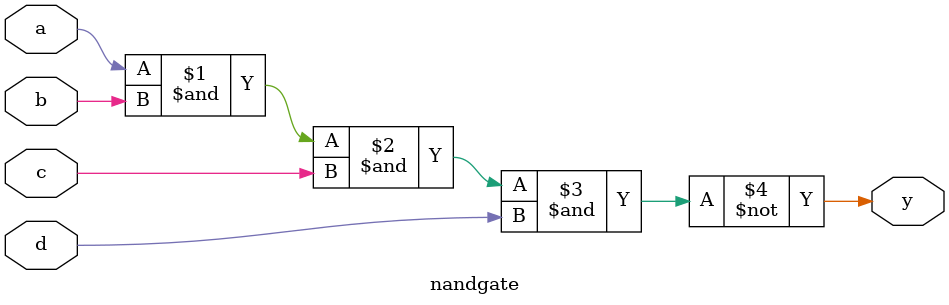
<source format=sv>
module top_module(
  input p1a, 
  input p1b, 
  input p1c, 
  input p1d, 
  output p1y, 
  input p2a, 
  input p2b, 
  input p2c, 
  input p2d, 
  output p2y
);
  
  // Internal signals
  wire p1n1, p1n2, p2n1, p2n2;
  
  // NAND Gates
  nandgate n1(p1a, p1b, p1c, p1d, p1n1);
  nandgate n2(p2a, p2b, p2c, p2d, p2n1);
  
  nandgate n3(p1n1, p1n1, p1n1, p1n1, p1y);
  nandgate n4(p2n1, p2n1, p2n1, p2n1, p2y);
  
endmodule
module nandgate(
  input a,
  input b,
  input c,
  input d,
  output y
);
  assign y = ~(a & b & c & d);
endmodule

</source>
